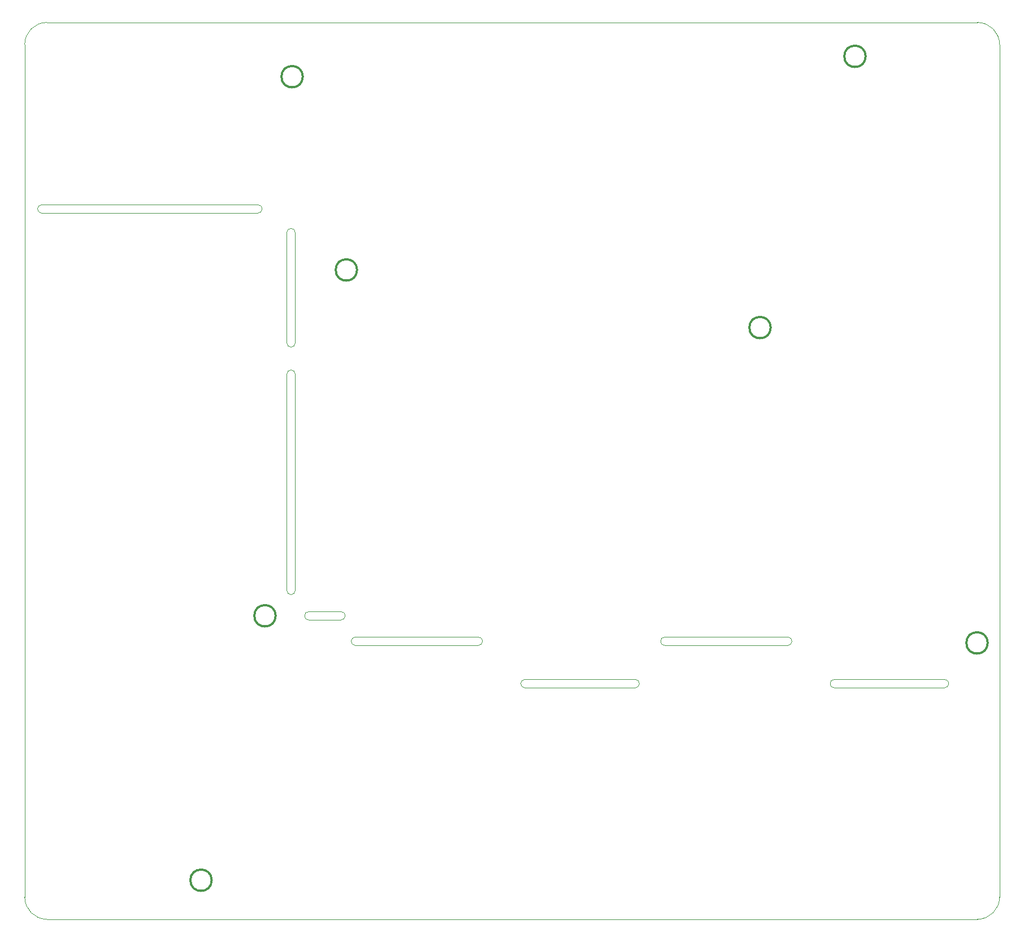
<source format=gm1>
G04 #@! TF.GenerationSoftware,KiCad,Pcbnew,(6.0.9)*
G04 #@! TF.CreationDate,2023-08-24T09:05:20+02:00*
G04 #@! TF.ProjectId,reflow_oven,7265666c-6f77-45f6-9f76-656e2e6b6963,rev?*
G04 #@! TF.SameCoordinates,Original*
G04 #@! TF.FileFunction,Profile,NP*
%FSLAX46Y46*%
G04 Gerber Fmt 4.6, Leading zero omitted, Abs format (unit mm)*
G04 Created by KiCad (PCBNEW (6.0.9)) date 2023-08-24 09:05:20*
%MOMM*%
%LPD*%
G01*
G04 APERTURE LIST*
G04 #@! TA.AperFunction,Profile*
%ADD10C,0.300000*%
G04 #@! TD*
G04 #@! TA.AperFunction,Profile*
%ADD11C,0.100000*%
G04 #@! TD*
G04 APERTURE END LIST*
D10*
X166113865Y-216458800D02*
G75*
G03*
X166113865Y-216458800I-1600000J0D01*
G01*
D11*
X185486865Y-177473800D02*
G75*
G03*
X185486865Y-176203800I35J635000D01*
G01*
X229555865Y-187633800D02*
G75*
G03*
X229555865Y-186363800I35J635000D01*
G01*
X187645865Y-180013800D02*
G75*
G03*
X187645865Y-181283800I35J-635000D01*
G01*
X177358865Y-140643800D02*
X177358865Y-173028800D01*
X140655865Y-115243800D02*
G75*
G03*
X140655865Y-116513800I35J-635000D01*
G01*
X138097865Y-218998800D02*
X138097865Y-91236800D01*
D10*
X264081865Y-93014800D02*
G75*
G03*
X264081865Y-93014800I-1600000J0D01*
G01*
D11*
X178628865Y-119434800D02*
X178628865Y-135944800D01*
X206060865Y-181283800D02*
G75*
G03*
X206060865Y-180013800I35J635000D01*
G01*
X284147865Y-91236800D02*
X284147865Y-218998800D01*
X234000865Y-180013800D02*
G75*
G03*
X234000865Y-181283800I35J-635000D01*
G01*
D10*
X187881865Y-125018800D02*
G75*
G03*
X187881865Y-125018800I-1600000J0D01*
G01*
X282369865Y-180898800D02*
G75*
G03*
X282369865Y-180898800I-1600000J0D01*
G01*
D11*
X206060865Y-180013800D02*
X187645865Y-180013800D01*
X252415865Y-180013800D02*
X234000865Y-180013800D01*
X280845865Y-222300800D02*
X141399865Y-222300800D01*
X275910865Y-186363800D02*
X259400865Y-186363800D01*
X173040865Y-115243800D02*
X140655865Y-115243800D01*
X252415865Y-181283800D02*
G75*
G03*
X252415865Y-180013800I35J635000D01*
G01*
X259400865Y-186363800D02*
G75*
G03*
X259400865Y-187633800I35J-635000D01*
G01*
X213045865Y-186363800D02*
G75*
G03*
X213045865Y-187633800I35J-635000D01*
G01*
X229555865Y-186363800D02*
X213045865Y-186363800D01*
X284147900Y-91236800D02*
G75*
G03*
X280845865Y-87934800I-3302000J0D01*
G01*
X275910865Y-187633800D02*
X259400865Y-187633800D01*
X180660865Y-176203800D02*
G75*
G03*
X180660865Y-177473800I35J-635000D01*
G01*
X180660865Y-176203800D02*
X185486865Y-176203800D01*
X141399865Y-87934765D02*
G75*
G03*
X138097865Y-91236800I35J-3302035D01*
G01*
X178628865Y-119434800D02*
G75*
G03*
X177358865Y-119434800I-635000J0D01*
G01*
X252415865Y-181283800D02*
X234000865Y-181283800D01*
X178628865Y-140643800D02*
X178628865Y-173028800D01*
X173040865Y-116513800D02*
X140655865Y-116513800D01*
X185486865Y-177473800D02*
X180660865Y-177473800D01*
D10*
X249857865Y-133654800D02*
G75*
G03*
X249857865Y-133654800I-1600000J0D01*
G01*
D11*
X177358865Y-173028800D02*
G75*
G03*
X178628865Y-173028800I635000J0D01*
G01*
X178628865Y-140643800D02*
G75*
G03*
X177358865Y-140643800I-635000J0D01*
G01*
X229555865Y-187633800D02*
X213045865Y-187633800D01*
X177358865Y-135944800D02*
G75*
G03*
X178628865Y-135944800I635000J0D01*
G01*
X275910865Y-187633800D02*
G75*
G03*
X275910865Y-186363800I35J635000D01*
G01*
X141399865Y-87934800D02*
X280845865Y-87934800D01*
X138097900Y-218998800D02*
G75*
G03*
X141399865Y-222300800I3302000J0D01*
G01*
X280845865Y-222300765D02*
G75*
G03*
X284147865Y-218998800I35J3301965D01*
G01*
D10*
X175689865Y-176834800D02*
G75*
G03*
X175689865Y-176834800I-1600000J0D01*
G01*
X179753865Y-96062800D02*
G75*
G03*
X179753865Y-96062800I-1600000J0D01*
G01*
D11*
X173040865Y-116513800D02*
G75*
G03*
X173040865Y-115243800I35J635000D01*
G01*
X206060865Y-181283800D02*
X187645865Y-181283800D01*
X177358865Y-119434800D02*
X177358865Y-135944800D01*
M02*

</source>
